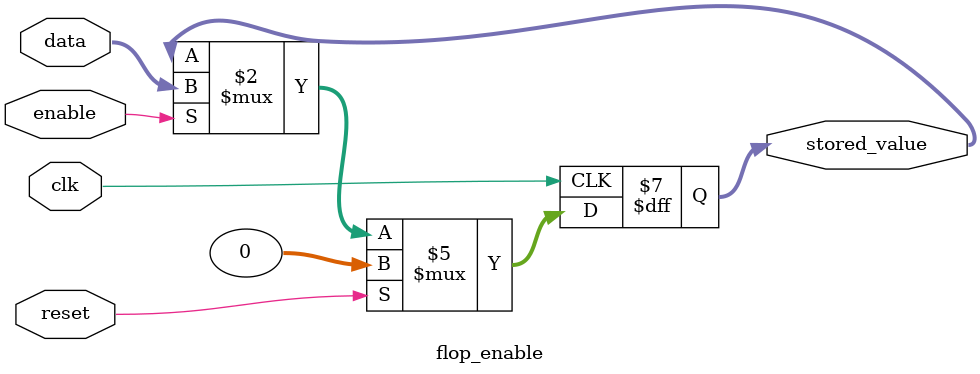
<source format=sv>
module flop_enable #(parameter WIDTH = 32, parameter RESET_VALUE = 0)
    (
        input logic clk,
        input logic reset,
        input logic enable,
        input logic [WIDTH - 1: 0] data,
        output logic [WIDTH - 1: 0] stored_value
    );

    always_ff @(posedge clk) begin
        if (reset) begin
            stored_value <= RESET_VALUE;
        end
        else if (enable) begin
            stored_value <= data;
        end
    end

endmodule

</source>
